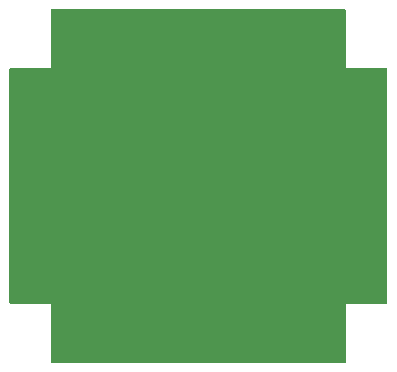
<source format=gbr>
%TF.GenerationSoftware,KiCad,Pcbnew,9.0.0*%
%TF.CreationDate,2025-04-18T16:03:12-04:00*%
%TF.ProjectId,SeniorProjectTouchpad,53656e69-6f72-4507-926f-6a656374546f,rev?*%
%TF.SameCoordinates,Original*%
%TF.FileFunction,Soldermask,Bot*%
%TF.FilePolarity,Negative*%
%FSLAX46Y46*%
G04 Gerber Fmt 4.6, Leading zero omitted, Abs format (unit mm)*
G04 Created by KiCad (PCBNEW 9.0.0) date 2025-04-18 16:03:12*
%MOMM*%
%LPD*%
G01*
G04 APERTURE LIST*
G04 APERTURE END LIST*
G36*
X152443039Y-98519685D02*
G01*
X152488794Y-98572489D01*
X152500000Y-98624000D01*
X152500000Y-103500000D01*
X155876000Y-103500000D01*
X155943039Y-103519685D01*
X155988794Y-103572489D01*
X156000000Y-103624000D01*
X156000000Y-123376000D01*
X155980315Y-123443039D01*
X155927511Y-123488794D01*
X155876000Y-123500000D01*
X152500000Y-123500000D01*
X152500000Y-128376000D01*
X152480315Y-128443039D01*
X152427511Y-128488794D01*
X152376000Y-128500000D01*
X127624000Y-128500000D01*
X127556961Y-128480315D01*
X127511206Y-128427511D01*
X127500000Y-128376000D01*
X127500000Y-123500000D01*
X124124000Y-123500000D01*
X124056961Y-123480315D01*
X124011206Y-123427511D01*
X124000000Y-123376000D01*
X124000000Y-103624000D01*
X124019685Y-103556961D01*
X124072489Y-103511206D01*
X124124000Y-103500000D01*
X127500000Y-103500000D01*
X127500000Y-98624000D01*
X127519685Y-98556961D01*
X127572489Y-98511206D01*
X127624000Y-98500000D01*
X152376000Y-98500000D01*
X152443039Y-98519685D01*
G37*
M02*

</source>
